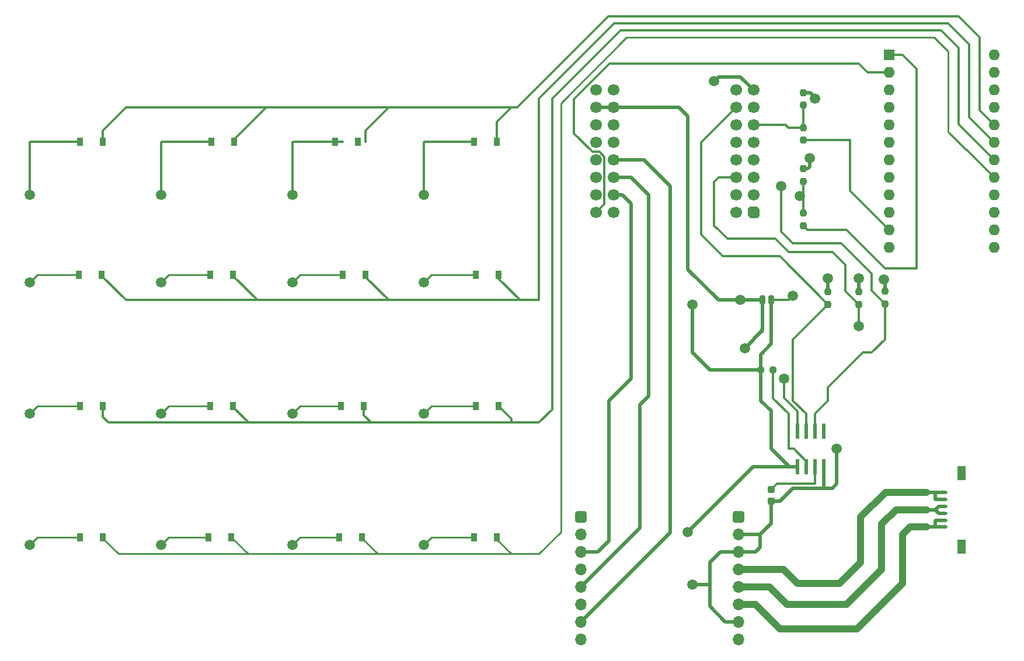
<source format=gbr>
%TF.GenerationSoftware,KiCad,Pcbnew,(6.0.1)*%
%TF.CreationDate,2022-11-08T22:53:37+08:00*%
%TF.ProjectId,Scroller1,5363726f-6c6c-4657-9231-2e6b69636164,rev?*%
%TF.SameCoordinates,Original*%
%TF.FileFunction,Copper,L1,Top*%
%TF.FilePolarity,Positive*%
%FSLAX46Y46*%
G04 Gerber Fmt 4.6, Leading zero omitted, Abs format (unit mm)*
G04 Created by KiCad (PCBNEW (6.0.1)) date 2022-11-08 22:53:37*
%MOMM*%
%LPD*%
G01*
G04 APERTURE LIST*
G04 Aperture macros list*
%AMRoundRect*
0 Rectangle with rounded corners*
0 $1 Rounding radius*
0 $2 $3 $4 $5 $6 $7 $8 $9 X,Y pos of 4 corners*
0 Add a 4 corners polygon primitive as box body*
4,1,4,$2,$3,$4,$5,$6,$7,$8,$9,$2,$3,0*
0 Add four circle primitives for the rounded corners*
1,1,$1+$1,$2,$3*
1,1,$1+$1,$4,$5*
1,1,$1+$1,$6,$7*
1,1,$1+$1,$8,$9*
0 Add four rect primitives between the rounded corners*
20,1,$1+$1,$2,$3,$4,$5,0*
20,1,$1+$1,$4,$5,$6,$7,0*
20,1,$1+$1,$6,$7,$8,$9,0*
20,1,$1+$1,$8,$9,$2,$3,0*%
%AMFreePoly0*
4,1,19,-0.850000,0.510000,-0.510000,0.850000,0.255000,0.850000,0.408997,0.829726,0.552500,0.770285,0.675729,0.675729,0.770285,0.552500,0.829726,0.408997,0.850000,0.255000,0.850000,-0.510000,0.510000,-0.850000,-0.255000,-0.850000,-0.408997,-0.829726,-0.552500,-0.770285,-0.675729,-0.675729,-0.770285,-0.552500,-0.829726,-0.408997,-0.850000,-0.255000,-0.850000,0.510000,-0.850000,0.510000,
$1*%
G04 Aperture macros list end*
%TA.AperFunction,SMDPad,CuDef*%
%ADD10R,0.900000X1.200000*%
%TD*%
%TA.AperFunction,SMDPad,CuDef*%
%ADD11RoundRect,0.237500X0.237500X-0.250000X0.237500X0.250000X-0.237500X0.250000X-0.237500X-0.250000X0*%
%TD*%
%TA.AperFunction,SMDPad,CuDef*%
%ADD12RoundRect,0.237500X0.237500X-0.300000X0.237500X0.300000X-0.237500X0.300000X-0.237500X-0.300000X0*%
%TD*%
%TA.AperFunction,SMDPad,CuDef*%
%ADD13RoundRect,0.237500X-0.237500X0.250000X-0.237500X-0.250000X0.237500X-0.250000X0.237500X0.250000X0*%
%TD*%
%TA.AperFunction,SMDPad,CuDef*%
%ADD14RoundRect,0.208750X0.208750X0.431250X-0.208750X0.431250X-0.208750X-0.431250X0.208750X-0.431250X0*%
%TD*%
%TA.AperFunction,SMDPad,CuDef*%
%ADD15R,0.600000X2.200000*%
%TD*%
%TA.AperFunction,SMDPad,CuDef*%
%ADD16R,0.600000X0.700000*%
%TD*%
%TA.AperFunction,ComponentPad*%
%ADD17RoundRect,0.399500X0.450500X0.450500X-0.450500X0.450500X-0.450500X-0.450500X0.450500X-0.450500X0*%
%TD*%
%TA.AperFunction,ComponentPad*%
%ADD18O,1.700000X1.700000*%
%TD*%
%TA.AperFunction,ComponentPad*%
%ADD19FreePoly0,180.000000*%
%TD*%
%TA.AperFunction,ComponentPad*%
%ADD20C,1.700000*%
%TD*%
%TA.AperFunction,ComponentPad*%
%ADD21R,1.600000X1.600000*%
%TD*%
%TA.AperFunction,ComponentPad*%
%ADD22O,1.600000X1.600000*%
%TD*%
%TA.AperFunction,SMDPad,CuDef*%
%ADD23RoundRect,0.237500X-0.250000X-0.237500X0.250000X-0.237500X0.250000X0.237500X-0.250000X0.237500X0*%
%TD*%
%TA.AperFunction,SMDPad,CuDef*%
%ADD24R,1.000000X0.400000*%
%TD*%
%TA.AperFunction,SMDPad,CuDef*%
%ADD25R,1.300000X2.000000*%
%TD*%
%TA.AperFunction,ViaPad*%
%ADD26C,1.500000*%
%TD*%
%TA.AperFunction,Conductor*%
%ADD27C,0.500000*%
%TD*%
%TA.AperFunction,Conductor*%
%ADD28C,0.300000*%
%TD*%
%TA.AperFunction,Conductor*%
%ADD29C,0.250000*%
%TD*%
%TA.AperFunction,Conductor*%
%ADD30C,1.000000*%
%TD*%
G04 APERTURE END LIST*
D10*
%TO.P,D1_1,1,K*%
%TO.N,/Row 2*%
X119194000Y-91821000D03*
%TO.P,D1_1,2,A*%
%TO.N,Net-(D1_1-Pad2)*%
X115894000Y-91821000D03*
%TD*%
D11*
%TO.P,RS_2,1*%
%TO.N,Net-(ESP32-Pad17)*%
X182696075Y-78279000D03*
%TO.P,RS_2,2*%
%TO.N,GND*%
X182696075Y-76454000D03*
%TD*%
D12*
%TO.P,C1,1*%
%TO.N,GND*%
X178040000Y-124714000D03*
%TO.P,C1,2*%
%TO.N,Net-(C1-Pad2)*%
X178040000Y-122989000D03*
%TD*%
D10*
%TO.P,D2_0,1,K*%
%TO.N,/Row 3*%
X138496000Y-110871000D03*
%TO.P,D2_0,2,A*%
%TO.N,Net-(D2_0-Pad2)*%
X135196000Y-110871000D03*
%TD*%
D13*
%TO.P,RT_4,1*%
%TO.N,+3V3*%
X194550000Y-94234000D03*
%TO.P,RT_4,2*%
%TO.N,SDA*%
X194550000Y-96059000D03*
%TD*%
D10*
%TO.P,D0_1,1,K*%
%TO.N,/Row 1*%
X118135400Y-72517000D03*
%TO.P,D0_1,2,A*%
%TO.N,Net-(D0_1-Pad2)*%
X114835400Y-72517000D03*
%TD*%
D14*
%TO.P,C2,1*%
%TO.N,+3V3*%
X178032500Y-95504000D03*
%TO.P,C2,2*%
%TO.N,GND*%
X176777500Y-95504000D03*
%TD*%
D10*
%TO.P,D1_0,1,K*%
%TO.N,/Row 2*%
X138498000Y-91821000D03*
%TO.P,D1_0,2,A*%
%TO.N,Net-(D1_0-Pad2)*%
X135198000Y-91821000D03*
%TD*%
D15*
%TO.P,UM1,1,VDD*%
%TO.N,+3V3*%
X181850035Y-119692460D03*
%TO.P,UM1,2,MODE*%
%TO.N,Net-(RT_1-Pad2)*%
X183120035Y-119692460D03*
%TO.P,UM1,3,OUT*%
%TO.N,Net-(C1-Pad2)*%
X184390035Y-119692460D03*
%TO.P,UM1,4,GND*%
%TO.N,GND*%
X185660035Y-119692460D03*
%TO.P,UM1,5,PUSH*%
%TO.N,unconnected-(UM1-Pad5)*%
X185660035Y-114492460D03*
%TO.P,UM1,6,A/SDA*%
%TO.N,SDA*%
X184390035Y-114492460D03*
%TO.P,UM1,7,B/SCL*%
%TO.N,SCL*%
X183120035Y-114492460D03*
%TO.P,UM1,8,Z/CSn*%
%TO.N,CSn*%
X181850035Y-114492460D03*
%TD*%
D10*
%TO.P,D1_2,1,K*%
%TO.N,/Row 2*%
X100016000Y-91821000D03*
%TO.P,D1_2,2,A*%
%TO.N,Net-(D1_2-Pad2)*%
X96716000Y-91821000D03*
%TD*%
%TO.P,D2_3,1,K*%
%TO.N,/Row 3*%
X81092000Y-110871000D03*
%TO.P,D2_3,2,A*%
%TO.N,Net-(D2_3-Pad2)*%
X77792000Y-110871000D03*
%TD*%
D13*
%TO.P,RT_2,1*%
%TO.N,+3V3*%
X190740000Y-94314000D03*
%TO.P,RT_2,2*%
%TO.N,CSn*%
X190740000Y-96139000D03*
%TD*%
D16*
%TO.P,D1,1,K*%
%TO.N,+3V3*%
X178054000Y-99949000D03*
%TO.P,D1,2,A*%
%TO.N,GND*%
X176654000Y-99949000D03*
%TD*%
D17*
%TO.P,TMC1,1,+VCC_IO*%
%TO.N,+3V3*%
X150472107Y-126961107D03*
D18*
%TO.P,TMC1,2,GND*%
%TO.N,GND*%
X150472107Y-129501107D03*
%TO.P,TMC1,3,UH_in*%
%TO.N,/UH_In*%
X150472107Y-132041107D03*
%TO.P,TMC1,4,UL_in*%
%TO.N,/UL_In*%
X150472107Y-134581107D03*
%TO.P,TMC1,5,VH_in*%
%TO.N,/VH_In*%
X150472107Y-137121107D03*
%TO.P,TMC1,6,VL_in*%
%TO.N,/VL_In*%
X150472107Y-139661107D03*
%TO.P,TMC1,7,WH_in*%
%TO.N,/WH_In*%
X150472107Y-142201107D03*
%TO.P,TMC1,8,WL_in*%
%TO.N,/WL_In*%
X150472107Y-144741107D03*
D17*
%TO.P,TMC1,9,+VBAT*%
%TO.N,+5V*%
X173272107Y-126961107D03*
D18*
%TO.P,TMC1,10,GND*%
%TO.N,GND*%
X173272107Y-129501107D03*
%TO.P,TMC1,11,GND*%
X173272107Y-132041107D03*
%TO.P,TMC1,12,W*%
%TO.N,/W_Out*%
X173272107Y-134581107D03*
%TO.P,TMC1,13,V*%
%TO.N,/V_Out*%
X173272107Y-137121107D03*
%TO.P,TMC1,14,W*%
%TO.N,/U_Out*%
X173272107Y-139661107D03*
%TO.P,TMC1,15,GND*%
%TO.N,GND*%
X173272107Y-142201107D03*
%TO.P,TMC1,16,DIAG*%
%TO.N,unconnected-(TMC1-Pad16)*%
X173272107Y-144741107D03*
%TD*%
D11*
%TO.P,RM_1,1*%
%TO.N,Net-(QMK1-Pad11)*%
X182696075Y-72286500D03*
%TO.P,RM_1,2*%
%TO.N,Net-(ESP32-Pad6)*%
X182696075Y-70461500D03*
%TD*%
D19*
%TO.P,ESP32,1,EN*%
%TO.N,unconnected-(ESP32-Pad1)*%
X175500000Y-82804000D03*
D20*
%TO.P,ESP32,2,GPIO3*%
%TO.N,unconnected-(ESP32-Pad2)*%
X175500000Y-80264000D03*
%TO.P,ESP32,3,GPIO5*%
%TO.N,unconnected-(ESP32-Pad3)*%
X175500000Y-77724000D03*
%TO.P,ESP32,4,GPIO7*%
%TO.N,unconnected-(ESP32-Pad4)*%
X175500000Y-75184000D03*
%TO.P,ESP32,5,GPIO9*%
%TO.N,unconnected-(ESP32-Pad5)*%
X175500000Y-72644000D03*
%TO.P,ESP32,6,GPIO11*%
%TO.N,Net-(ESP32-Pad6)*%
X175500000Y-70104000D03*
%TO.P,ESP32,7,GPIO12*%
%TO.N,SDA*%
X175500000Y-67564000D03*
%TO.P,ESP32,8,3V3*%
%TO.N,+3V3*%
X175500000Y-65024000D03*
%TO.P,ESP32,9,VBUS*%
%TO.N,+5V*%
X152640000Y-65024000D03*
%TO.P,ESP32,10,GND*%
%TO.N,GND*%
X152640000Y-67564000D03*
%TO.P,ESP32,11,XTAL_32K_N*%
%TO.N,unconnected-(ESP32-Pad11)*%
X152640000Y-70104000D03*
%TO.P,ESP32,12,DAC_2*%
%TO.N,unconnected-(ESP32-Pad12)*%
X152640000Y-72644000D03*
%TO.P,ESP32,13,GPIO33*%
%TO.N,/WL_In*%
X152640000Y-75184000D03*
%TO.P,ESP32,14,GPIO35*%
%TO.N,/VL_In*%
X152640000Y-77724000D03*
%TO.P,ESP32,15,GPIO37*%
%TO.N,/UL_In*%
X152640000Y-80264000D03*
%TO.P,ESP32,16,MTCK*%
%TO.N,Net-(ESP32-Pad16)*%
X152640000Y-82804000D03*
%TO.P,ESP32,17,GPIO1*%
%TO.N,Net-(ESP32-Pad17)*%
X172960000Y-82804000D03*
%TO.P,ESP32,18,GPIO2*%
%TO.N,unconnected-(ESP32-Pad18)*%
X172960000Y-80264000D03*
%TO.P,ESP32,19,GPIO4*%
%TO.N,CSn*%
X172960000Y-77724000D03*
%TO.P,ESP32,20,GPIO6*%
%TO.N,unconnected-(ESP32-Pad20)*%
X172960000Y-75184000D03*
%TO.P,ESP32,21,GPIO8*%
%TO.N,unconnected-(ESP32-Pad21)*%
X172960000Y-72644000D03*
%TO.P,ESP32,22,GPIO10*%
%TO.N,unconnected-(ESP32-Pad22)*%
X172960000Y-70104000D03*
%TO.P,ESP32,23,GPIO13*%
%TO.N,SCL*%
X172960000Y-67564000D03*
%TO.P,ESP32,24,GPIO14*%
%TO.N,unconnected-(ESP32-Pad24)*%
X172960000Y-65024000D03*
%TO.P,ESP32,25,XTAL_32K_P*%
%TO.N,unconnected-(ESP32-Pad25)*%
X155180000Y-65024000D03*
%TO.P,ESP32,26,GND*%
%TO.N,GND*%
X155180000Y-67564000D03*
%TO.P,ESP32,27,DAC_1*%
%TO.N,unconnected-(ESP32-Pad27)*%
X155180000Y-70104000D03*
%TO.P,ESP32,28,GPIO21*%
%TO.N,unconnected-(ESP32-Pad28)*%
X155180000Y-72644000D03*
%TO.P,ESP32,29,GPIO34*%
%TO.N,/WH_In*%
X155180000Y-75184000D03*
%TO.P,ESP32,30,GPIO36*%
%TO.N,/VH_In*%
X155180000Y-77724000D03*
%TO.P,ESP32,31,GPIO38*%
%TO.N,/UH_In*%
X155180000Y-80264000D03*
%TO.P,ESP32,32,MTDO*%
%TO.N,unconnected-(ESP32-Pad32)*%
X155180000Y-82804000D03*
%TD*%
D13*
%TO.P,RT_3,1*%
%TO.N,+3V3*%
X186295000Y-94314000D03*
%TO.P,RT_3,2*%
%TO.N,SCL*%
X186295000Y-96139000D03*
%TD*%
D21*
%TO.P,QMK1,1,D1/TX*%
%TO.N,Net-(QMK1-Pad1)*%
X195185000Y-59944000D03*
D22*
%TO.P,QMK1,2,D0/RX*%
%TO.N,Net-(ESP32-Pad16)*%
X195185000Y-62484000D03*
%TO.P,QMK1,3,GND*%
%TO.N,GND*%
X195185000Y-65024000D03*
%TO.P,QMK1,4,GND*%
X195185000Y-67564000D03*
%TO.P,QMK1,5,D2*%
%TO.N,unconnected-(QMK1-Pad5)*%
X195185000Y-70104000D03*
%TO.P,QMK1,6,~D3*%
%TO.N,unconnected-(QMK1-Pad6)*%
X195185000Y-72644000D03*
%TO.P,QMK1,7,D4/A6*%
%TO.N,unconnected-(QMK1-Pad7)*%
X195185000Y-75184000D03*
%TO.P,QMK1,8,~D5*%
%TO.N,unconnected-(QMK1-Pad8)*%
X195185000Y-77724000D03*
%TO.P,QMK1,9,~D6/A7*%
%TO.N,unconnected-(QMK1-Pad9)*%
X195185000Y-80264000D03*
%TO.P,QMK1,10,D7*%
%TO.N,unconnected-(QMK1-Pad10)*%
X195185000Y-82804000D03*
%TO.P,QMK1,11,D8/A8*%
%TO.N,Net-(QMK1-Pad11)*%
X195185000Y-85344000D03*
%TO.P,QMK1,12,~D9/A9*%
%TO.N,unconnected-(QMK1-Pad12)*%
X195185000Y-87884000D03*
%TO.P,QMK1,13,~D10/A10*%
%TO.N,/Col 4*%
X210425000Y-87884000D03*
%TO.P,QMK1,14,D16*%
%TO.N,/Col 3*%
X210425000Y-85344000D03*
%TO.P,QMK1,15,D14*%
%TO.N,/Col 2*%
X210425000Y-82804000D03*
%TO.P,QMK1,16,D15*%
%TO.N,/Col 1*%
X210425000Y-80264000D03*
%TO.P,QMK1,17,D18/A0*%
%TO.N,/Row 4*%
X210425000Y-77724000D03*
%TO.P,QMK1,18,D19/A1*%
%TO.N,/Row 3*%
X210425000Y-75184000D03*
%TO.P,QMK1,19,D20/A2*%
%TO.N,/Row 2*%
X210425000Y-72644000D03*
%TO.P,QMK1,20,D21/A3*%
%TO.N,/Row 1*%
X210425000Y-70104000D03*
%TO.P,QMK1,21,VCC*%
%TO.N,+5V*%
X210425000Y-67564000D03*
%TO.P,QMK1,22,RST*%
%TO.N,unconnected-(QMK1-Pad22)*%
X210425000Y-65024000D03*
%TO.P,QMK1,23,GND*%
%TO.N,GND*%
X210425000Y-62484000D03*
%TO.P,QMK1,24,RAW*%
%TO.N,unconnected-(QMK1-Pad24)*%
X210425000Y-59944000D03*
%TD*%
D23*
%TO.P,RT_1,1*%
%TO.N,+3V3*%
X176492500Y-105664000D03*
%TO.P,RT_1,2*%
%TO.N,Net-(RT_1-Pad2)*%
X178317500Y-105664000D03*
%TD*%
D10*
%TO.P,D0_3,1,K*%
%TO.N,/Row 1*%
X81092000Y-72517000D03*
%TO.P,D0_3,2,A*%
%TO.N,Net-(D0_3-Pad2)*%
X77792000Y-72517000D03*
%TD*%
D11*
%TO.P,RS_1,1*%
%TO.N,Net-(QMK1-Pad1)*%
X182696075Y-84709000D03*
%TO.P,RS_1,2*%
%TO.N,Net-(ESP32-Pad17)*%
X182696075Y-82884000D03*
%TD*%
D10*
%TO.P,D3_1,1,K*%
%TO.N,/Row 4*%
X118684000Y-129921000D03*
%TO.P,D3_1,2,A*%
%TO.N,Net-(D3_1-Pad2)*%
X115384000Y-129921000D03*
%TD*%
%TO.P,D2_1,1,K*%
%TO.N,/Row 3*%
X118938000Y-110871000D03*
%TO.P,D2_1,2,A*%
%TO.N,Net-(D2_1-Pad2)*%
X115638000Y-110871000D03*
%TD*%
D24*
%TO.P,UVW1,1,Pin_1*%
%TO.N,/U_Out*%
X202947000Y-128444000D03*
%TO.P,UVW1,2,Pin_2*%
X202947000Y-127444000D03*
%TO.P,UVW1,3,Pin_3*%
%TO.N,/V_Out*%
X202947000Y-126444000D03*
%TO.P,UVW1,4,Pin_4*%
X202947000Y-125444000D03*
%TO.P,UVW1,5,Pin_5*%
%TO.N,/W_Out*%
X202947000Y-124444000D03*
%TO.P,UVW1,6,Pin_6*%
X202947000Y-123444000D03*
D25*
%TO.P,UVW1,MP*%
%TO.N,N/C*%
X205647000Y-120644000D03*
X205647000Y-131244000D03*
%TD*%
D10*
%TO.P,D2_2,1,K*%
%TO.N,/Row 3*%
X100014000Y-110871000D03*
%TO.P,D2_2,2,A*%
%TO.N,Net-(D2_2-Pad2)*%
X96714000Y-110871000D03*
%TD*%
%TO.P,D3_3,1,K*%
%TO.N,/Row 4*%
X81092000Y-129921000D03*
%TO.P,D3_3,2,A*%
%TO.N,Net-(D3_3-Pad2)*%
X77792000Y-129921000D03*
%TD*%
%TO.P,D3_0,1,K*%
%TO.N,/Row 4*%
X138242000Y-129921000D03*
%TO.P,D3_0,2,A*%
%TO.N,Net-(D3_0-Pad2)*%
X134942000Y-129921000D03*
%TD*%
%TO.P,D0_2,1,K*%
%TO.N,/Row 1*%
X100142000Y-72517000D03*
%TO.P,D0_2,2,A*%
%TO.N,Net-(D0_2-Pad2)*%
X96842000Y-72517000D03*
%TD*%
%TO.P,D1_3,1,K*%
%TO.N,/Row 2*%
X80966000Y-91821000D03*
%TO.P,D1_3,2,A*%
%TO.N,Net-(D1_3-Pad2)*%
X77666000Y-91821000D03*
%TD*%
D11*
%TO.P,RM_2,1*%
%TO.N,Net-(ESP32-Pad6)*%
X182696075Y-67206500D03*
%TO.P,RM_2,2*%
%TO.N,GND*%
X182696075Y-65381500D03*
%TD*%
D10*
%TO.P,D3_2,1,K*%
%TO.N,/Row 4*%
X99760000Y-129921000D03*
%TO.P,D3_2,2,A*%
%TO.N,Net-(D3_2-Pad2)*%
X96460000Y-129921000D03*
%TD*%
%TO.P,D0_0,1,K*%
%TO.N,/Row 1*%
X138242000Y-72517000D03*
%TO.P,D0_0,2,A*%
%TO.N,Net-(D0_0-Pad2)*%
X134942000Y-72517000D03*
%TD*%
D26*
%TO.N,GND*%
X174230000Y-102489000D03*
X166610000Y-136779000D03*
X183648575Y-74866500D03*
X187565000Y-117094000D03*
X173595000Y-95504000D03*
X184390000Y-66294000D03*
%TO.N,+3V3*%
X166610000Y-96139000D03*
X190740000Y-92329000D03*
X194407536Y-92471464D03*
X165975000Y-129159000D03*
X186295000Y-92329000D03*
X181215000Y-94869000D03*
X169785000Y-63754000D03*
%TO.N,Net-(D0_0-Pad2)*%
X127642000Y-80264000D03*
%TO.N,Net-(D0_1-Pad2)*%
X108592000Y-80264000D03*
%TO.N,Net-(D0_2-Pad2)*%
X89542000Y-80264000D03*
%TO.N,Net-(D0_3-Pad2)*%
X70492000Y-80264000D03*
%TO.N,Net-(D1_0-Pad2)*%
X127642000Y-92964000D03*
%TO.N,Net-(D1_1-Pad2)*%
X108592000Y-92964000D03*
%TO.N,Net-(D1_2-Pad2)*%
X89542000Y-92964000D03*
%TO.N,Net-(D1_3-Pad2)*%
X70492000Y-92964000D03*
%TO.N,Net-(D2_0-Pad2)*%
X127642000Y-112014000D03*
%TO.N,Net-(D2_1-Pad2)*%
X108592000Y-112014000D03*
%TO.N,Net-(D2_2-Pad2)*%
X89542000Y-112014000D03*
%TO.N,Net-(D2_3-Pad2)*%
X70492000Y-112014000D03*
%TO.N,Net-(D3_0-Pad2)*%
X127642000Y-131064000D03*
%TO.N,Net-(D3_1-Pad2)*%
X108592000Y-131064000D03*
%TO.N,Net-(D3_2-Pad2)*%
X89542000Y-131064000D03*
%TO.N,Net-(D3_3-Pad2)*%
X70492000Y-131064000D03*
%TO.N,SDA*%
X179521075Y-78994000D03*
%TO.N,Net-(ESP32-Pad17)*%
X182186555Y-80389480D03*
%TO.N,CSn*%
X179945000Y-106934000D03*
X190740000Y-99314000D03*
%TD*%
D27*
%TO.N,GND*%
X152640000Y-67564000D02*
X155180000Y-67564000D01*
X178040000Y-124714000D02*
X179310000Y-124714000D01*
X185660035Y-122808965D02*
X185660035Y-119692460D01*
X169150000Y-139954000D02*
X171397107Y-142201107D01*
X169150000Y-136779000D02*
X166610000Y-136779000D01*
X183331075Y-65381500D02*
X183688575Y-65381500D01*
X170712893Y-132041107D02*
X169150000Y-133604000D01*
X165975000Y-91059000D02*
X170420000Y-95504000D01*
X183648575Y-76136500D02*
X183331075Y-76454000D01*
X186930000Y-122809000D02*
X185660000Y-122809000D01*
X183648575Y-74866500D02*
X183648575Y-76136500D01*
X187565000Y-117094000D02*
X187565000Y-122174000D01*
X175792893Y-132041107D02*
X173272107Y-132041107D01*
X165975000Y-68834000D02*
X165975000Y-91059000D01*
X183688575Y-65381500D02*
X184601075Y-66294000D01*
X169150000Y-133604000D02*
X169150000Y-136779000D01*
X181215000Y-122809000D02*
X185660000Y-122809000D01*
X176654000Y-99949000D02*
X175500000Y-101103000D01*
X179310000Y-124714000D02*
X181215000Y-122809000D01*
X173272107Y-132041107D02*
X170712893Y-132041107D01*
X169150000Y-136779000D02*
X169150000Y-139954000D01*
X178040000Y-127889000D02*
X176427893Y-129501107D01*
X176427893Y-129501107D02*
X173272107Y-129501107D01*
X164705000Y-67564000D02*
X155180000Y-67564000D01*
X164705000Y-67564000D02*
X165975000Y-68834000D01*
X171397107Y-142201107D02*
X173272107Y-142201107D01*
X175500000Y-101219000D02*
X174230000Y-102489000D01*
X178040000Y-124714000D02*
X178040000Y-127889000D01*
X176777500Y-95504000D02*
X176777500Y-99825500D01*
X185660000Y-122809000D02*
X185660035Y-122808965D01*
X174865000Y-95504000D02*
X173595000Y-95504000D01*
X187565000Y-122174000D02*
X186930000Y-122809000D01*
X170420000Y-95504000D02*
X174865000Y-95504000D01*
X176427893Y-131406107D02*
X175792893Y-132041107D01*
X175500000Y-101103000D02*
X175500000Y-101219000D01*
X176427893Y-129501107D02*
X176427893Y-131406107D01*
X176777500Y-95504000D02*
X174865000Y-95504000D01*
X176777500Y-99825500D02*
X176654000Y-99949000D01*
D28*
%TO.N,Net-(C1-Pad2)*%
X184390000Y-122174000D02*
X184390035Y-122173965D01*
X178855000Y-122174000D02*
X184390000Y-122174000D01*
X184390035Y-122173965D02*
X184390035Y-119692460D01*
X178040000Y-122989000D02*
X178855000Y-122174000D01*
%TO.N,+3V3*%
X180580000Y-95504000D02*
X181215000Y-94869000D01*
D27*
X176530000Y-105701500D02*
X176492500Y-105664000D01*
X166610000Y-103124000D02*
X169150000Y-105664000D01*
X169150000Y-105664000D02*
X176492500Y-105664000D01*
X186295000Y-94314000D02*
X186295000Y-92329000D01*
X194550000Y-94234000D02*
X194550000Y-92613928D01*
X178054000Y-95525500D02*
X178032500Y-95504000D01*
X175500000Y-65024000D02*
X173595000Y-63119000D01*
X178054000Y-101840000D02*
X176492500Y-103401500D01*
X175441540Y-119692460D02*
X180638460Y-119692460D01*
X176492500Y-105664000D02*
X176492500Y-103401500D01*
X176530000Y-110081850D02*
X176530000Y-105701500D01*
X173595000Y-63119000D02*
X172960000Y-63119000D01*
X178054000Y-99949000D02*
X178054000Y-95525500D01*
D28*
X178032500Y-95504000D02*
X180580000Y-95504000D01*
D27*
X194550000Y-92613928D02*
X194407536Y-92471464D01*
X172960000Y-63119000D02*
X170420000Y-63119000D01*
X178040000Y-111591850D02*
X176530000Y-110081850D01*
X170420000Y-63119000D02*
X169785000Y-63754000D01*
X165975000Y-129159000D02*
X175441540Y-119692460D01*
X190740000Y-94314000D02*
X190740000Y-92329000D01*
X166610000Y-96139000D02*
X166610000Y-103124000D01*
X181850035Y-119692460D02*
X180638460Y-119692460D01*
X180638460Y-119692460D02*
X178040000Y-117094000D01*
X178054000Y-99949000D02*
X178054000Y-101840000D01*
X178040000Y-117094000D02*
X178040000Y-111591850D01*
D28*
%TO.N,/Row 1*%
X208280000Y-67959000D02*
X210425000Y-70104000D01*
X81092000Y-72517000D02*
X81092000Y-70934000D01*
X141210000Y-67564000D02*
X154418000Y-54356000D01*
X205232000Y-54356000D02*
X208280000Y-57404000D01*
X122562000Y-67564000D02*
X140342000Y-67564000D01*
X119192000Y-72517000D02*
X119192000Y-70934000D01*
X119192000Y-70934000D02*
X122562000Y-67564000D01*
X208280000Y-57404000D02*
X208280000Y-67959000D01*
X154418000Y-54356000D02*
X205232000Y-54356000D01*
X100142000Y-72204000D02*
X104782000Y-67564000D01*
X84462000Y-67564000D02*
X104782000Y-67564000D01*
X104782000Y-67564000D02*
X122562000Y-67564000D01*
X138242000Y-72517000D02*
X138242000Y-69664000D01*
X139305000Y-67564000D02*
X141210000Y-67564000D01*
X81092000Y-70934000D02*
X84462000Y-67564000D01*
X138242000Y-69664000D02*
X140342000Y-67564000D01*
X100142000Y-72517000D02*
X100142000Y-72204000D01*
%TO.N,Net-(D0_0-Pad2)*%
X127642000Y-72644000D02*
X127642000Y-80264000D01*
X134942000Y-72517000D02*
X127769000Y-72517000D01*
X127769000Y-72517000D02*
X127642000Y-72644000D01*
%TO.N,Net-(D0_1-Pad2)*%
X115892000Y-72517000D02*
X108719000Y-72517000D01*
X108592000Y-72644000D02*
X108592000Y-80264000D01*
X108719000Y-72517000D02*
X108592000Y-72644000D01*
%TO.N,Net-(D0_2-Pad2)*%
X89669000Y-72517000D02*
X89542000Y-72644000D01*
X89542000Y-72644000D02*
X89542000Y-80264000D01*
X96842000Y-72517000D02*
X89669000Y-72517000D01*
%TO.N,Net-(D0_3-Pad2)*%
X70492000Y-72644000D02*
X70492000Y-80264000D01*
X70619000Y-72517000D02*
X70492000Y-72644000D01*
X77792000Y-72517000D02*
X70619000Y-72517000D01*
%TO.N,/Row 2*%
X203708000Y-55372000D02*
X206756000Y-58420000D01*
X84462000Y-95504000D02*
X102242000Y-95504000D01*
X138498000Y-91821000D02*
X138498000Y-92390000D01*
X155307000Y-55372000D02*
X203708000Y-55372000D01*
X102242000Y-95504000D02*
X103512000Y-95504000D01*
X100016000Y-92008000D02*
X103512000Y-95504000D01*
X138498000Y-92390000D02*
X141612000Y-95504000D01*
X144385000Y-66294000D02*
X155307000Y-55372000D01*
X103512000Y-95504000D02*
X122562000Y-95504000D01*
X119194000Y-92136000D02*
X122562000Y-95504000D01*
X206756000Y-68975000D02*
X210425000Y-72644000D01*
X100016000Y-91821000D02*
X100016000Y-92008000D01*
X80966000Y-91821000D02*
X80966000Y-92008000D01*
X80966000Y-92008000D02*
X84462000Y-95504000D01*
X140575000Y-95504000D02*
X144385000Y-95504000D01*
X206756000Y-58420000D02*
X206756000Y-68975000D01*
X122562000Y-95504000D02*
X140342000Y-95504000D01*
X140342000Y-95504000D02*
X141612000Y-95504000D01*
X119194000Y-91821000D02*
X119194000Y-92136000D01*
X144385000Y-95504000D02*
X144385000Y-66294000D01*
D29*
%TO.N,Net-(D1_0-Pad2)*%
X135198000Y-91821000D02*
X128785000Y-91821000D01*
X128785000Y-91821000D02*
X127642000Y-92964000D01*
%TO.N,Net-(D1_1-Pad2)*%
X109735000Y-91821000D02*
X108592000Y-92964000D01*
X115894000Y-91821000D02*
X109735000Y-91821000D01*
%TO.N,Net-(D1_2-Pad2)*%
X96716000Y-91821000D02*
X90685000Y-91821000D01*
X90685000Y-91821000D02*
X89542000Y-92964000D01*
%TO.N,Net-(D1_3-Pad2)*%
X77666000Y-91821000D02*
X71635000Y-91821000D01*
X71635000Y-91821000D02*
X70492000Y-92964000D01*
D28*
%TO.N,/Row 3*%
X81922000Y-113284000D02*
X102242000Y-113284000D01*
X81092000Y-112454000D02*
X81922000Y-113284000D01*
X139305000Y-113284000D02*
X144385000Y-113284000D01*
X118938000Y-110871000D02*
X118938000Y-112200000D01*
X118938000Y-112200000D02*
X120022000Y-113284000D01*
X140342000Y-112717000D02*
X140342000Y-113284000D01*
X100014000Y-111056000D02*
X102242000Y-113284000D01*
X202692000Y-56388000D02*
X205232000Y-58928000D01*
X102242000Y-113284000D02*
X120022000Y-113284000D01*
X146290000Y-111379000D02*
X146290000Y-66294000D01*
X100014000Y-110871000D02*
X100014000Y-111056000D01*
X146290000Y-66294000D02*
X156196000Y-56388000D01*
X156196000Y-56388000D02*
X202692000Y-56388000D01*
X120022000Y-113284000D02*
X140342000Y-113284000D01*
X138496000Y-110871000D02*
X140342000Y-112717000D01*
X81092000Y-110871000D02*
X81092000Y-112454000D01*
X205232000Y-58928000D02*
X205232000Y-69991000D01*
X144385000Y-113284000D02*
X146290000Y-111379000D01*
X205232000Y-69991000D02*
X210425000Y-75184000D01*
D29*
%TO.N,Net-(D2_0-Pad2)*%
X128785000Y-110871000D02*
X127642000Y-112014000D01*
X135196000Y-110871000D02*
X128785000Y-110871000D01*
%TO.N,Net-(D2_1-Pad2)*%
X109735000Y-110871000D02*
X108592000Y-112014000D01*
X115638000Y-110871000D02*
X109735000Y-110871000D01*
%TO.N,Net-(D2_2-Pad2)*%
X90685000Y-110871000D02*
X89542000Y-112014000D01*
X96714000Y-110871000D02*
X90685000Y-110871000D01*
%TO.N,Net-(D2_3-Pad2)*%
X71635000Y-110871000D02*
X70492000Y-112014000D01*
X77792000Y-110871000D02*
X71635000Y-110871000D01*
%TO.N,/Row 4*%
X118684000Y-130071000D02*
X120947000Y-132334000D01*
X118684000Y-129921000D02*
X118684000Y-130071000D01*
X157085000Y-57404000D02*
X201676000Y-57404000D01*
X203708000Y-71120000D02*
X206248000Y-73660000D01*
X139305000Y-132334000D02*
X144385000Y-132334000D01*
X206248000Y-73660000D02*
X206361000Y-73660000D01*
X102173000Y-132334000D02*
X121292000Y-132334000D01*
X147560000Y-66929000D02*
X157085000Y-57404000D01*
X138242000Y-130234000D02*
X140342000Y-132334000D01*
X138242000Y-129921000D02*
X138242000Y-130234000D01*
X201676000Y-57404000D02*
X203708000Y-59436000D01*
X206361000Y-73660000D02*
X210425000Y-77724000D01*
X144385000Y-132334000D02*
X147560000Y-129159000D01*
X147560000Y-129159000D02*
X147560000Y-66929000D01*
X120947000Y-132334000D02*
X140342000Y-132334000D01*
X83355000Y-132334000D02*
X102173000Y-132334000D01*
X81092000Y-130071000D02*
X83355000Y-132334000D01*
X81092000Y-129921000D02*
X81092000Y-130071000D01*
X203708000Y-59436000D02*
X203708000Y-71120000D01*
X99760000Y-129921000D02*
X102173000Y-132334000D01*
%TO.N,Net-(D3_0-Pad2)*%
X134942000Y-129921000D02*
X128785000Y-129921000D01*
X128785000Y-129921000D02*
X127642000Y-131064000D01*
%TO.N,Net-(D3_1-Pad2)*%
X109735000Y-129921000D02*
X108592000Y-131064000D01*
X115384000Y-129921000D02*
X109735000Y-129921000D01*
%TO.N,Net-(D3_2-Pad2)*%
X90685000Y-129921000D02*
X89542000Y-131064000D01*
X96460000Y-129921000D02*
X90685000Y-129921000D01*
%TO.N,Net-(D3_3-Pad2)*%
X77792000Y-129921000D02*
X71635000Y-129921000D01*
X71635000Y-129921000D02*
X70492000Y-131064000D01*
D28*
%TO.N,Net-(ESP32-Pad6)*%
X182696075Y-67206500D02*
X182696075Y-70461500D01*
X180513575Y-70461500D02*
X180156075Y-70104000D01*
X180156075Y-70104000D02*
X175500000Y-70104000D01*
X180513575Y-70461500D02*
X182696075Y-70461500D01*
%TO.N,SDA*%
X192645000Y-103124000D02*
X194550000Y-101219000D01*
X188200000Y-87249000D02*
X181215000Y-87249000D01*
X192645000Y-94154000D02*
X192645000Y-91694000D01*
X181215000Y-87249000D02*
X179521075Y-85555075D01*
X179521075Y-85555075D02*
X179521075Y-78994000D01*
X192645000Y-91694000D02*
X188200000Y-87249000D01*
X194550000Y-96059000D02*
X192645000Y-94154000D01*
X194550000Y-101219000D02*
X194550000Y-96059000D01*
X184390035Y-112013965D02*
X186295000Y-110109000D01*
X186295000Y-108204000D02*
X191375000Y-103124000D01*
X184390035Y-114492460D02*
X184390035Y-112013965D01*
X186295000Y-110109000D02*
X186295000Y-108204000D01*
X191375000Y-103124000D02*
X192645000Y-103124000D01*
%TO.N,Net-(ESP32-Pad16)*%
X152143145Y-73984489D02*
X149465000Y-71306344D01*
X153136855Y-73984489D02*
X152143145Y-73984489D01*
X153839511Y-74687145D02*
X153136855Y-73984489D01*
X152640000Y-82804000D02*
X153839511Y-81604489D01*
X154581072Y-61214000D02*
X190754000Y-61214000D01*
X190754000Y-61214000D02*
X192024000Y-62484000D01*
X192024000Y-62484000D02*
X195185000Y-62484000D01*
X153839511Y-81604489D02*
X153839511Y-74687145D01*
X149465000Y-71306344D02*
X149465000Y-66330072D01*
X149465000Y-66330072D02*
X154581072Y-61214000D01*
%TO.N,Net-(ESP32-Pad17)*%
X182186555Y-80389480D02*
X182696075Y-80899000D01*
X182696075Y-79879960D02*
X182186555Y-80389480D01*
X182696075Y-80899000D02*
X182696075Y-82884000D01*
X182696075Y-78279000D02*
X182696075Y-79879960D01*
%TO.N,CSn*%
X186930000Y-88519000D02*
X188835000Y-90424000D01*
X179945000Y-109728000D02*
X181850035Y-111633035D01*
X188835000Y-90424000D02*
X188835000Y-94234000D01*
X180580000Y-88519000D02*
X186930000Y-88519000D01*
X181850035Y-111633035D02*
X181850035Y-114492460D01*
X176135000Y-86614000D02*
X178675000Y-86614000D01*
X188835000Y-94234000D02*
X190740000Y-96139000D01*
X171690000Y-86614000D02*
X176135000Y-86614000D01*
X169785000Y-84709000D02*
X170420000Y-85344000D01*
X179945000Y-106934000D02*
X179945000Y-109728000D01*
X169785000Y-78359000D02*
X169785000Y-84709000D01*
X170420000Y-77724000D02*
X169785000Y-78359000D01*
X178675000Y-86614000D02*
X180580000Y-88519000D01*
X190740000Y-96139000D02*
X190740000Y-99314000D01*
X170420000Y-85344000D02*
X171690000Y-86614000D01*
X172960000Y-77724000D02*
X170420000Y-77724000D01*
%TO.N,SCL*%
X186295000Y-96139000D02*
X181215000Y-101219000D01*
X181215000Y-110109000D02*
X183120035Y-112014035D01*
X179310000Y-89154000D02*
X171055000Y-89154000D01*
X167880000Y-85979000D02*
X167880000Y-72644000D01*
X171055000Y-89154000D02*
X167880000Y-85979000D01*
X183120035Y-112014035D02*
X183120035Y-114492460D01*
X186295000Y-96139000D02*
X179310000Y-89154000D01*
X167880000Y-72644000D02*
X172960000Y-67564000D01*
X181215000Y-101219000D02*
X181215000Y-110109000D01*
D27*
%TO.N,/WH_In*%
X163435000Y-129238214D02*
X163435000Y-78994000D01*
X150472107Y-142201107D02*
X163435000Y-129238214D01*
X159625000Y-75184000D02*
X155180000Y-75184000D01*
X163435000Y-78994000D02*
X159625000Y-75184000D01*
%TO.N,/VH_In*%
X158990000Y-110744000D02*
X160260000Y-109474000D01*
X150472107Y-137121107D02*
X158990000Y-128603214D01*
X157720000Y-77724000D02*
X155180000Y-77724000D01*
X158990000Y-128603214D02*
X158990000Y-110744000D01*
X160260000Y-80264000D02*
X157720000Y-77724000D01*
X160260000Y-109474000D02*
X160260000Y-80264000D01*
%TO.N,/UH_In*%
X156450000Y-80264000D02*
X155180000Y-80264000D01*
X152932893Y-132041107D02*
X154545000Y-130429000D01*
X154545000Y-110109000D02*
X157720000Y-106934000D01*
X157720000Y-106934000D02*
X157720000Y-81534000D01*
X157720000Y-81534000D02*
X156450000Y-80264000D01*
X150472107Y-132041107D02*
X152932893Y-132041107D01*
X154545000Y-130429000D02*
X154545000Y-110109000D01*
D28*
%TO.N,Net-(QMK1-Pad1)*%
X182696075Y-84709000D02*
X183331075Y-85344000D01*
X199136000Y-90932000D02*
X199136000Y-61976000D01*
X199136000Y-61976000D02*
X197104000Y-59944000D01*
X194564000Y-90932000D02*
X199136000Y-90932000D01*
X188976000Y-85344000D02*
X194564000Y-90932000D01*
X197104000Y-59944000D02*
X195185000Y-59944000D01*
X183331075Y-85344000D02*
X188976000Y-85344000D01*
%TO.N,Net-(QMK1-Pad11)*%
X189507500Y-72286500D02*
X189507500Y-79666500D01*
X189507500Y-72286500D02*
X182696075Y-72286500D01*
X189507500Y-79666500D02*
X195185000Y-85344000D01*
%TO.N,Net-(RT_1-Pad2)*%
X183120035Y-118892460D02*
X181321575Y-117094000D01*
X178317500Y-109751500D02*
X178317500Y-105664000D01*
X180580000Y-117094000D02*
X180580000Y-112014000D01*
X183120035Y-119692460D02*
X183120035Y-118892460D01*
X181321575Y-117094000D02*
X180580000Y-117094000D01*
X180580000Y-112014000D02*
X178317500Y-109751500D01*
D27*
%TO.N,/W_Out*%
X203347000Y-124444000D02*
X201847000Y-124444000D01*
D30*
X181864000Y-136652000D02*
X187960000Y-136652000D01*
D27*
X201823000Y-124420000D02*
X201823000Y-123658000D01*
D30*
X179793107Y-134581107D02*
X181864000Y-136652000D01*
X173272107Y-134581107D02*
X179793107Y-134581107D01*
X191008000Y-133604000D02*
X191008000Y-127000000D01*
X191008000Y-127000000D02*
X194604000Y-123404000D01*
X187960000Y-136652000D02*
X191008000Y-133604000D01*
D27*
X203347000Y-123444000D02*
X202037000Y-123444000D01*
X201823000Y-123658000D02*
X202037000Y-123444000D01*
X200591893Y-123404000D02*
X200553000Y-123365107D01*
X201837000Y-123404000D02*
X200591893Y-123404000D01*
D30*
X194604000Y-123404000D02*
X200591893Y-123404000D01*
D27*
X201847000Y-124444000D02*
X201823000Y-124420000D01*
D30*
%TO.N,/V_Out*%
X180340000Y-139700000D02*
X188976000Y-139700000D01*
D27*
X201837000Y-125944000D02*
X200591893Y-125944000D01*
X200591893Y-125944000D02*
X200553000Y-125905107D01*
D30*
X194056000Y-128016000D02*
X196128000Y-125944000D01*
X188976000Y-139700000D02*
X194056000Y-134620000D01*
X194056000Y-134620000D02*
X194056000Y-128016000D01*
X173272107Y-137121107D02*
X177761107Y-137121107D01*
D27*
X202323000Y-126444000D02*
X201823000Y-125944000D01*
X203347000Y-125444000D02*
X202323000Y-125444000D01*
D30*
X196128000Y-125944000D02*
X200591893Y-125944000D01*
D27*
X202323000Y-125444000D02*
X201823000Y-125944000D01*
X203347000Y-126444000D02*
X202323000Y-126444000D01*
D30*
X177761107Y-137121107D02*
X180340000Y-139700000D01*
D27*
%TO.N,/U_Out*%
X201847000Y-127444000D02*
X201823000Y-127468000D01*
D30*
X190500000Y-143256000D02*
X197104000Y-136652000D01*
D27*
X200554107Y-128444000D02*
X200553000Y-128445107D01*
D30*
X197104000Y-136652000D02*
X197104000Y-129540000D01*
D27*
X201837000Y-128444000D02*
X200554107Y-128444000D01*
X201823000Y-128230000D02*
X202037000Y-128444000D01*
X203347000Y-128444000D02*
X202037000Y-128444000D01*
X203347000Y-127444000D02*
X201847000Y-127444000D01*
D30*
X198198893Y-128445107D02*
X200553000Y-128445107D01*
X179324000Y-143256000D02*
X190500000Y-143256000D01*
X197104000Y-129540000D02*
X198198893Y-128445107D01*
X175729107Y-139661107D02*
X179324000Y-143256000D01*
X173272107Y-139661107D02*
X175729107Y-139661107D01*
D27*
X201823000Y-127468000D02*
X201823000Y-128230000D01*
%TD*%
M02*

</source>
